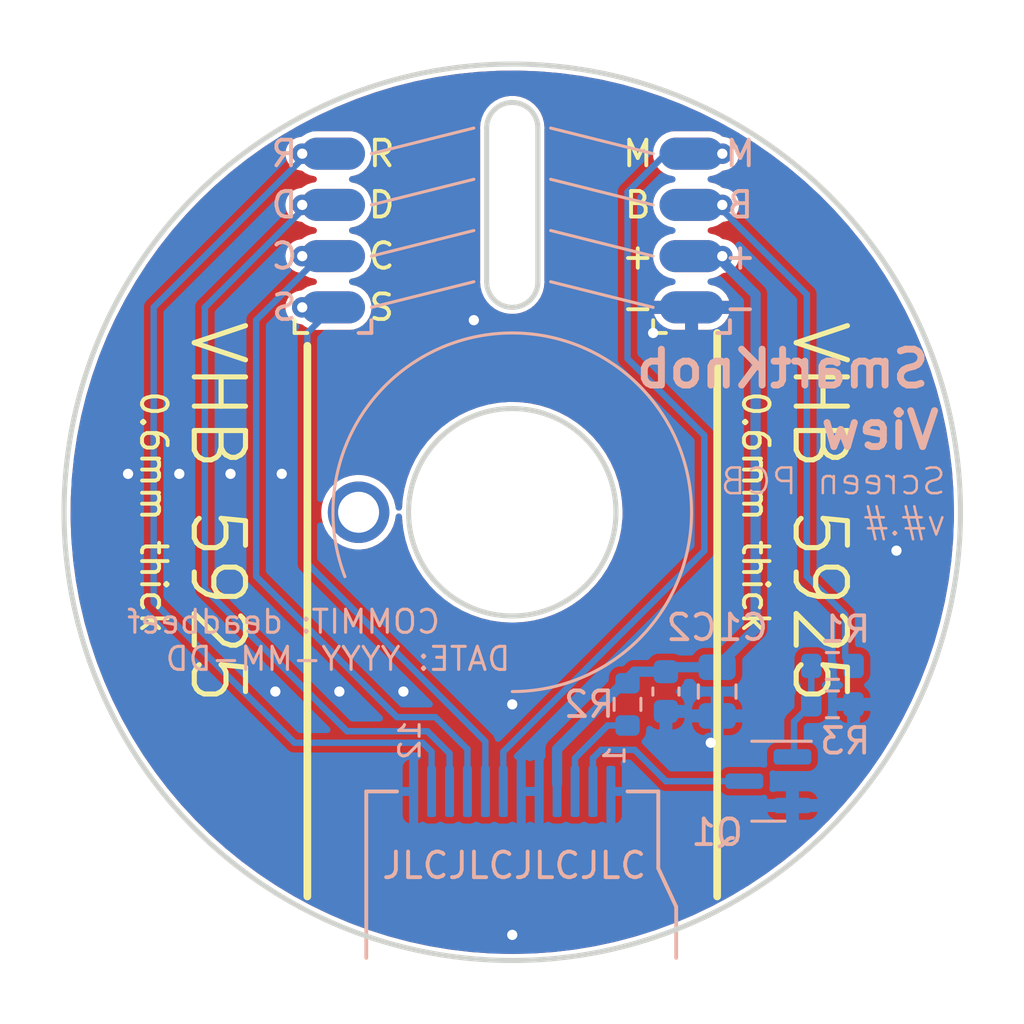
<source format=kicad_pcb>
(kicad_pcb (version 20211014) (generator pcbnew)
  (layers (0 "F.Cu" signal) (31 "B.Cu" signal) (34 "B.Paste" user) (35 "F.Paste" user) (36 "B.SilkS" user "B.Silkscreen") (37 "F.SilkS" user "F.Silkscreen") (38 "B.Mask" user) (39 "F.Mask" user) (44 "Edge.Cuts" user))
  (property "COMMIT_DATE" "YYYY-MM-DD")
  (property "COMMIT_DATE_LONG" "YYYY-MM-DD HH:MM:SS TZ")
  (property "COMMIT_HASH" "deadbeef")
  (property "RELEASE_VERSION" "v#.#")
  (net 0 "")
  (net 1 "GND")
  (net 2 "/VDD")
  (net 3 "/DC")
  (net 4 "/BACKLIGHT_EN")
  (net 5 "/nRESET")
  (net 6 "/MOSI")
  (net 7 "/SCK")
  (net 8 "/nCS")
  (net 9 "/LEDA")
  (net 10 "/LEDK")
  (net 11 "Net-(Q1-Pad1)")
  (footprint "Holes:AlignmentHole_1.6" (layer "F.Cu") (at 94 100)
    (fp_text reference "H1" hide)
    (fp_text value "AlignmentHole" hide)
    (pad "1" thru_hole circle locked (at 0 0) (size 2.4 2.4) (drill 1.6) (layers *.Cu *.Mask))
  )
  (footprint "SolderPads:SolderPads_2mm_4" (layer "F.Cu") (at 93 92 90)
    (fp_text reference "J5" hide)
    (fp_text value "Conn_01x04")
    (fp_line (start -1 -1.5) (end -1 -1) (layer "F.SilkS") (width 0.15))
    (fp_line (start -0.5 -1.5) (end -1 -1.5) (layer "F.SilkS") (width 0.15))
    (pad "1" smd oval locked (at 0 0 90) (size 1.25 2.5) (layers "F.Cu" "F.Mask") (net 8 "/nCS"))
    (pad "2" smd oval locked (at 2 0 90) (size 1.25 2.5) (layers "F.Cu" "F.Mask") (net 7 "/SCK"))
    (pad "3" smd oval locked (at 4 0 90) (size 1.25 2.5) (layers "F.Cu" "F.Mask") (net 6 "/MOSI"))
    (pad "4" smd oval locked (at 6 0 90) (size 1.25 2.5) (layers "F.Cu" "F.Mask") (net 5 "/nRESET"))
  )
  (footprint "SolderPads:SolderPads_2mm_4" (layer "F.Cu") (at 107 92 90)
    (fp_text reference "J4" hide)
    (fp_text value "Conn_01x04")
    (fp_line (start -1 -1.5) (end -1 -1) (layer "F.SilkS") (width 0.15))
    (fp_line (start -0.5 -1.5) (end -1 -1.5) (layer "F.SilkS") (width 0.15))
    (pad "1" smd oval locked (at 0 0 90) (size 1.25 2.5) (layers "F.Cu" "F.Mask") (net 1 "GND"))
    (pad "2" smd oval locked (at 2 0 90) (size 1.25 2.5) (layers "F.Cu" "F.Mask") (net 2 "/VDD"))
    (pad "3" smd oval locked (at 4 0 90) (size 1.25 2.5) (layers "F.Cu" "F.Mask") (net 4 "/BACKLIGHT_EN"))
    (pad "4" smd oval locked (at 6 0 90) (size 1.25 2.5) (layers "F.Cu" "F.Mask") (net 3 "/DC"))
  )
  (footprint "LCD_GC9A01:GC9A01Round1.28" (layer "B.Cu") (at 100 110.9 90)
    (fp_text reference "J2" hide)
    (fp_text value "GC9A01")
    (fp_text user "12" (at 2 -4 90) (layer "B.SilkS") (effects (font (size 0.8 0.8) (thickness 0.12)) (justify mirror)))
    (fp_text user "1" (at 1.4 4 90) (layer "B.SilkS") (effects (font (size 0.8 0.8) (thickness 0.12)) (justify mirror)))
    (fp_line (start -6.5 6.4) (end -4.5 6.4) (layer "B.SilkS") (width 0.15))
    (fp_line (start 0 -5.7) (end -6.5 -5.7) (layer "B.SilkS") (width 0.15))
    (fp_line (start -4.5 6.4) (end -3 5.7) (layer "B.SilkS") (width 0.15))
    (fp_line (start 0 -5.7) (end 0 -4.5) (layer "B.SilkS") (width 0.15))
    (fp_line (start 0 5.7) (end -3 5.7) (layer "B.SilkS") (width 0.15))
    (fp_line (start 0 5.7) (end 0 4.5) (layer "B.SilkS") (width 0.15))
    (pad "1" smd roundrect locked (at 0 3.85 90) (size 2 0.35) (layers "B.Cu" "B.Paste" "B.Mask") (net 1 "GND"))
    (pad "2" smd roundrect locked (at 0 3.15 90) (size 2 0.35) (layers "B.Cu" "B.Paste" "B.Mask") (net 10 "/LEDK"))
    (pad "3" smd roundrect locked (at 0 2.45 90) (size 2 0.35) (layers "B.Cu" "B.Paste" "B.Mask") (net 9 "/LEDA"))
    (pad "4" smd roundrect locked (at 0 1.75 90) (size 2 0.35) (layers "B.Cu" "B.Paste" "B.Mask") (net 2 "/VDD"))
    (pad "5" smd roundrect locked (at 0 1.05 90) (size 2 0.35) (layers "B.Cu" "B.Paste" "B.Mask") (net 1 "GND"))
    (pad "6" smd roundrect locked (at 0 0.35 90) (size 2 0.35) (layers "B.Cu" "B.Paste" "B.Mask") (net 1 "GND"))
    (pad "7" smd roundrect locked (at 0 -0.35 90) (size 2 0.35) (layers "B.Cu" "B.Paste" "B.Mask") (net 3 "/DC"))
    (pad "8" smd roundrect locked (at 0 -1.05 90) (size 2 0.35) (layers "B.Cu" "B.Paste" "B.Mask") (net 8 "/nCS"))
    (pad "9" smd roundrect locked (at 0 -1.75 90) (size 2 0.35) (layers "B.Cu" "B.Paste" "B.Mask") (net 7 "/SCK"))
    (pad "10" smd roundrect locked (at 0 -2.45 90) (size 2 0.35) (layers "B.Cu" "B.Paste" "B.Mask") (net 6 "/MOSI"))
    (pad "11" smd roundrect locked (at 0 -3.15 90) (size 2 0.35) (layers "B.Cu" "B.Paste" "B.Mask") (net 5 "/nRESET"))
    (pad "12" smd roundrect locked (at 0 -3.85 90) (size 2 0.35) (layers "B.Cu" "B.Paste" "B.Mask") (net 1 "GND"))
  )
  (footprint "Package_TO_SOT_SMD:SOT-23" (layer "B.Cu") (at 110 110.5 180)
    (fp_text reference "Q1" (at 2 -2 180) (layer "B.SilkS") (effects (justify mirror)))
    (fp_text value "2N7002")
    (fp_line (start 0 -1.56) (end -0.65 -1.56) (layer "B.SilkS") (width 0.12))
    (fp_line (start 0 -1.56) (end 0.65 -1.56) (layer "B.SilkS") (width 0.12))
    (fp_line (start 0 1.56) (end -1.675 1.56) (layer "B.SilkS") (width 0.12))
    (fp_line (start 0 1.56) (end 0.65 1.56) (layer "B.SilkS") (width 0.12))
    (pad "1" smd roundrect (at -0.9375 0.95 180) (size 1.475 0.6) (layers "B.Cu" "B.Paste" "B.Mask") (net 11 "Net-(Q1-Pad1)"))
    (pad "2" smd roundrect (at -0.9375 -0.95 180) (size 1.475 0.6) (layers "B.Cu" "B.Paste" "B.Mask") (net 1 "GND"))
    (pad "3" smd roundrect (at 0.9375 0 180) (size 1.475 0.6) (layers "B.Cu" "B.Paste" "B.Mask") (net 10 "/LEDK"))
  )
  (footprint "Resistor_SMD:R_0603_1608Metric" (layer "B.Cu") (at 112.5 106 180)
    (fp_text reference "R1" (at -0.5 1.43) (layer "B.SilkS") (effects (justify mirror)))
    (fp_text value "10k")
    (fp_line (start -0.237258 -0.5225) (end 0.237258 -0.5225) (layer "B.SilkS") (width 0.12))
    (fp_line (start -0.237258 0.5225) (end 0.237258 0.5225) (layer "B.SilkS") (width 0.12))
    (pad "1" smd roundrect (at -0.825 0 180) (size 0.8 0.95) (layers "B.Cu" "B.Paste" "B.Mask") (net 4 "/BACKLIGHT_EN"))
    (pad "2" smd roundrect (at 0.825 0 180) (size 0.8 0.95) (layers "B.Cu" "B.Paste" "B.Mask") (net 11 "Net-(Q1-Pad1)"))
  )
  (footprint "Resistor_SMD:R_0603_1608Metric" (layer "B.Cu") (at 104.5 107.5 -90)
    (fp_text reference "R2" (at 0 1.5) (layer "B.SilkS") (effects (justify mirror)))
    (fp_text value "22R")
    (fp_line (start -0.237258 -0.5225) (end 0.237258 -0.5225) (layer "B.SilkS") (width 0.12))
    (fp_line (start -0.237258 0.5225) (end 0.237258 0.5225) (layer "B.SilkS") (width 0.12))
    (pad "1" smd roundrect (at -0.825 0 270) (size 0.8 0.95) (layers "B.Cu" "B.Paste" "B.Mask") (net 2 "/VDD"))
    (pad "2" smd roundrect (at 0.825 0 270) (size 0.8 0.95) (layers "B.Cu" "B.Paste" "B.Mask") (net 9 "/LEDA"))
  )
  (footprint "Resistor_SMD:R_0603_1608Metric" (layer "B.Cu") (at 112.5 107.5)
    (fp_text reference "R3" (at 0.5 1.43) (layer "B.SilkS") (effects (justify mirror)))
    (fp_text value "1M")
    (fp_line (start -0.237258 0.5225) (end 0.237258 0.5225) (layer "B.SilkS") (width 0.12))
    (fp_line (start -0.237258 -0.5225) (end 0.237258 -0.5225) (layer "B.SilkS") (width 0.12))
    (pad "1" smd roundrect (at -0.825 0) (size 0.8 0.95) (layers "B.Cu" "B.Paste" "B.Mask") (net 11 "Net-(Q1-Pad1)"))
    (pad "2" smd roundrect (at 0.825 0) (size 0.8 0.95) (layers "B.Cu" "B.Paste" "B.Mask") (net 1 "GND"))
  )
  (footprint "Capacitor_SMD:C_0603_1608Metric" (layer "B.Cu") (at 106 107 -90)
    (fp_text reference "C2" (at -2.5 -1) (layer "B.SilkS") (effects (justify mirror)))
    (fp_text value "0.1uF")
    (fp_line (start -0.14058 -0.51) (end 0.14058 -0.51) (layer "B.SilkS") (width 0.12))
    (fp_line (start -0.14058 0.51) (end 0.14058 0.51) (layer "B.SilkS") (width 0.12))
    (pad "1" smd roundrect (at -0.775 0 270) (size 0.9 0.95) (layers "B.Cu" "B.Paste" "B.Mask") (net 2 "/VDD"))
    (pad "2" smd roundrect (at 0.775 0 270) (size 0.9 0.95) (layers "B.Cu" "B.Paste" "B.Mask") (net 1 "GND"))
  )
  (footprint "Capacitor_SMD:C_0805_2012Metric" (layer "B.Cu") (at 108 107 -90)
    (fp_text reference "C1" (at -2.5 -1) (layer "B.SilkS") (effects (justify mirror)))
    (fp_text value "22uF")
    (fp_line (start -0.261252 -0.735) (end 0.261252 -0.735) (layer "B.SilkS") (width 0.12))
    (fp_line (start -0.261252 0.735) (end 0.261252 0.735) (layer "B.SilkS") (width 0.12))
    (pad "1" smd roundrect (at -0.95 0 270) (size 1 1.45) (layers "B.Cu" "B.Paste" "B.Mask") (net 2 "/VDD"))
    (pad "2" smd roundrect (at 0.95 0 270) (size 1 1.45) (layers "B.Cu" "B.Paste" "B.Mask") (net 1 "GND"))
  )
  (footprint "SolderPads:SolderPads_2mm_4" (layer "B.Cu") (at 93 92 90)
    (fp_text reference "J3" hide)
    (fp_text value "Conn_01x04")
    (fp_line (start -0.5 1.5) (end -1 1.5) (layer "B.SilkS") (width 0.15))
    (fp_line (start -1 1.5) (end -1 1) (layer "B.SilkS") (width 0.15))
    (pad "1" smd oval locked (at 0 0 90) (size 1.25 2.5) (layers "B.Cu" "B.Mask") (net 8 "/nCS"))
    (pad "2" smd oval locked (at 2 0 90) (size 1.25 2.5) (layers "B.Cu" "B.Mask") (net 7 "/SCK"))
    (pad "3" smd oval locked (at 4 0 90) (size 1.25 2.5) (layers "B.Cu" "B.Mask") (net 6 "/MOSI"))
    (pad "4" smd oval locked (at 6 0 90) (size 1.25 2.5) (layers "B.Cu" "B.Mask") (net 5 "/nRESET"))
  )
  (footprint "SolderPads:SolderPads_2mm_4" (layer "B.Cu") (at 107 92 90)
    (fp_text reference "J1" hide)
    (fp_text value "Conn_01x04")
    (fp_line (start -0.5 1.5) (end -1 1.5) (layer "B.SilkS") (width 0.15))
    (fp_line (start -1 1.5) (end -1 1) (layer "B.SilkS") (width 0.15))
    (pad "1" smd oval locked (at 0 0 90) (size 1.25 2.5) (layers "B.Cu" "B.Mask") (net 1 "GND"))
    (pad "2" smd oval locked (at 2 0 90) (size 1.25 2.5) (layers "B.Cu" "B.Mask") (net 2 "/VDD"))
    (pad "3" smd oval locked (at 4 0 90) (size 1.25 2.5) (layers "B.Cu" "B.Mask") (net 4 "/BACKLIGHT_EN"))
    (pad "4" smd oval locked (at 6 0 90) (size 1.25 2.5) (layers "B.Cu" "B.Mask") (net 3 "/DC"))
  )
  (gr_arc (start 93.466581 102.512854) (mid 103.962955 94.229819) (end 100 107) (layer "B.SilkS") (width 0.12))
  (gr_line (start 98.5 85) (end 94.5 86) (layer "B.SilkS") (width 0.12))
  (gr_line (start 98.5 91) (end 94.5 92) (layer "B.SilkS") (width 0.12))
  (gr_line (start 101.5 85) (end 105.5 86) (layer "B.SilkS") (width 0.12))
  (gr_line (start 101.5 91) (end 105.5 92) (layer "B.SilkS") (width 0.12))
  (gr_line (start 101.5 89) (end 105.5 90) (layer "B.SilkS") (width 0.12))
  (gr_line (start 101.5 87) (end 105.5 88) (layer "B.SilkS") (width 0.12))
  (gr_line (start 98.5 87) (end 94.5 88) (layer "B.SilkS") (width 0.12))
  (gr_line (start 98.5 89) (end 94.5 90) (layer "B.SilkS") (width 0.12))
  (gr_line (start 92 93.5) (end 92 115) (layer "F.SilkS") (width 0.3))
  (gr_line (start 108 93) (end 108 115) (layer "F.SilkS") (width 0.3))
  (gr_arc (start 101 91) (mid 100 92) (end 99 91) (layer "Edge.Cuts") (width 0.2))
  (gr_line (start 99 85) (end 99 91) (layer "Edge.Cuts") (width 0.2))
  (gr_line (start 101 91) (end 101 85) (layer "Edge.Cuts") (width 0.2))
  (gr_arc (start 99 85) (mid 100 84) (end 101 85) (layer "Edge.Cuts") (width 0.2))
  (gr_circle (center 100 100) (end 117.5 100) (layer "Edge.Cuts") (width 0.2) (fill none))
  (gr_circle (center 100 100) (end 104.05 100) (layer "Edge.Cuts") (width 0.2) (fill none))
  (gr_text "    COMMIT: ${COMMIT_HASH}\nDATE: ${COMMIT_DATE}\n" (at 100 105) (layer "B.SilkS") (effects (font (size 0.9 0.9) (thickness 0.12)) (justify left mirror)))
  (gr_text "SmartKnob" (at 116.4 94.4) (layer "B.SilkS") (effects (font (size 1.4 1.4) (thickness 0.27)) (justify left mirror)))
  (gr_text "View" (at 116.8 96.8) (layer "B.SilkS") (effects (font (size 1.4 1.4) (thickness 0.27)) (justify left mirror)))
  (gr_text "R" (at 91.1 86) (layer "B.SilkS") (effects (font (size 1 1)) (justify mirror)))
  (gr_text "M" (at 108.9 86) (layer "B.SilkS") (effects (font (size 1 1)) (justify mirror)))
  (gr_text "S" (at 91.1 92) (layer "B.SilkS") (effects (font (size 1 1)) (justify mirror)))
  (gr_text "-" (at 108.9 92) (layer "B.SilkS") (effects (font (size 1 1)) (justify mirror)))
  (gr_text "D" (at 91.1 88) (layer "B.SilkS") (effects (font (size 1 1)) (justify mirror)))
  (gr_text "+" (at 108.9 90) (layer "B.SilkS") (effects (font (size 1 1)) (justify mirror)))
  (gr_text "Screen PCB\n${RELEASE_VERSION}" (at 117 99.6) (layer "B.SilkS") (effects (font (size 1 1) (thickness 0.1)) (justify left mirror)))
  (gr_text "C" (at 91.1 90) (layer "B.SilkS") (effects (font (size 1 1)) (justify mirror)))
  (gr_text "JLCJLCJLCJLC" (at 100.076 113.792) (layer "B.SilkS") (effects (font (size 1 1))))
  (gr_text "B" (at 108.9 88) (layer "B.SilkS") (effects (font (size 1 1)) (justify mirror)))
  (gr_text "0.6mm thick" (at 86 100 -90) (layer "F.SilkS") (effects (font (size 1 1))))
  (gr_text "VHB 5925" (at 88.5 100 -90) (layer "F.SilkS") (effects (font (size 2 2) (thickness 0.2))))
  (gr_text "D" (at 94.9 88) (layer "F.SilkS") (effects (font (size 1 1))))
  (gr_text "C" (at 94.9 90) (layer "F.SilkS") (effects (font (size 1 1))))
  (gr_text "S" (at 94.9 92) (layer "F.SilkS") (effects (font (size 1 1))))
  (gr_text "R" (at 94.9 86) (layer "F.SilkS") (effects (font (size 1 1))))
  (gr_text "-" (at 104.9 92) (layer "F.SilkS") (effects (font (size 1 1))))
  (gr_text "+" (at 104.9 90) (layer "F.SilkS") (effects (font (size 1 1))))
  (gr_text "M" (at 104.9 86) (layer "F.SilkS") (effects (font (size 1 1))))
  (gr_text "B" (at 104.9 88) (layer "F.SilkS") (effects (font (size 1 1))))
  (gr_text "0.6mm thick" (at 109.5 100 -90) (layer "F.SilkS") (effects (font (size 1 1))))
  (gr_text "VHB 5925" (at 112 100 -90) (layer "F.SilkS") (effects (font (size 2 2) (thickness 0.2))))
  (via (at 93.25 107) (size 0.8) (drill 0.4) (layers "F.Cu" "B.Cu") (net 1))
  (via (at 85 98.5) (size 0.8) (drill 0.4) (layers "F.Cu" "B.Cu") (net 1))
  (via (at 107.75 109) (size 0.8) (drill 0.4) (layers "F.Cu" "B.Cu") (net 1))
  (via (at 105.5 93) (size 0.8) (drill 0.4) (layers "F.Cu" "B.Cu") (net 1))
  (via (at 91 98.5) (size 0.8) (drill 0.4) (layers "F.Cu" "B.Cu") (net 1))
  (via (at 115 101.5) (size 0.8) (drill 0.4) (layers "F.Cu" "B.Cu") (net 1))
  (via (at 100 116.5) (size 0.8) (drill 0.4) (layers "F.Cu" "B.Cu") (net 1))
  (via (at 89 98.5) (size 0.8) (drill 0.4) (layers "F.Cu" "B.Cu") (net 1))
  (via (at 95.75 107) (size 0.8) (drill 0.4) (layers "F.Cu" "B.Cu") (net 1))
  (via (at 87 98.5) (size 0.8) (drill 0.4) (layers "F.Cu" "B.Cu") (net 1))
  (via (at 90.75 107) (size 0.8) (drill 0.4) (layers "F.Cu" "B.Cu") (net 1))
  (via (at 100 107.5) (size 0.8) (drill 0.4) (layers "F.Cu" "B.Cu") (net 1))
  (via (at 98.5 92.5) (size 0.8) (drill 0.4) (layers "F.Cu" "B.Cu") (net 1))
  (via (at 108.2 90) (size 0.8) (drill 0.4) (layers "F.Cu" "B.Cu") (net 2))
  (segment (start 101.75 109.25) (end 101.75 110.6) (width 0.4) (layer "B.Cu") (net 2))
  (segment (start 108 90) (end 109.5 91.5) (width 0.4) (layer "B.Cu") (net 2))
  (segment (start 109.5 104.55) (end 108 106.05) (width 0.4) (layer "B.Cu") (net 2))
  (segment (start 109.5 91.5) (end 109.5 104.55) (width 0.4) (layer "B.Cu") (net 2))
  (segment (start 106 106.225) (end 104.775 106.225) (width 0.4) (layer "B.Cu") (net 2))
  (segment (start 106.175 106.05) (end 106 106.225) (width 0.25) (layer "B.Cu") (net 2))
  (segment (start 108 106.05) (end 106.175 106.05) (width 0.4) (layer "B.Cu") (net 2))
  (segment (start 104.775 106.225) (end 101.75 109.25) (width 0.4) (layer "B.Cu") (net 2))
  (segment (start 108 90) (end 107 90) (width 0.4) (layer "B.Cu") (net 2))
  (via (at 108.2 86) (size 0.8) (drill 0.4) (layers "F.Cu" "B.Cu") (net 3))
  (segment (start 107.5 101.5) (end 107.5 97) (width 0.25) (layer "B.Cu") (net 3))
  (segment (start 99.65 110.6) (end 99.65 109.35) (width 0.25) (layer "B.Cu") (net 3))
  (segment (start 104.5 87.5) (end 106 86) (width 0.25) (layer "B.Cu") (net 3))
  (segment (start 106 86) (end 107 86) (width 0.25) (layer "B.Cu") (net 3))
  (segment (start 104.5 94) (end 104.5 87.5) (width 0.25) (layer "B.Cu") (net 3))
  (segment (start 99.65 109.35) (end 107.5 101.5) (width 0.25) (layer "B.Cu") (net 3))
  (segment (start 107.5 97) (end 104.5 94) (width 0.25) (layer "B.Cu") (net 3))
  (via (at 108.2 88) (size 0.8) (drill 0.4) (layers "F.Cu" "B.Cu") (net 4))
  (segment (start 113 105.675) (end 113.325 106) (width 0.25) (layer "B.Cu") (net 4))
  (segment (start 113 104) (end 113 105.675) (width 0.25) (layer "B.Cu") (net 4))
  (segment (start 111.5 102.5) (end 113 104) (width 0.25) (layer "B.Cu") (net 4))
  (segment (start 107 88) (end 108 88) (width 0.25) (layer "B.Cu") (net 4))
  (segment (start 111.5 91.5) (end 111.5 102.5) (width 0.25) (layer "B.Cu") (net 4))
  (segment (start 108 88) (end 111.5 91.5) (width 0.25) (layer "B.Cu") (net 4))
  (via (at 91.8 86) (size 0.8) (drill 0.4) (layers "F.Cu" "B.Cu") (net 5))
  (segment (start 96.5 109) (end 91.5 109) (width 0.25) (layer "B.Cu") (net 5))
  (segment (start 96.85 109.35) (end 96.5 109) (width 0.25) (layer "B.Cu") (net 5))
  (segment (start 96.85 110.6) (end 96.85 109.35) (width 0.25) (layer "B.Cu") (net 5))
  (segment (start 91.5 109) (end 86 103.5) (width 0.25) (layer "B.Cu") (net 5))
  (segment (start 86 103.5) (end 86 92) (width 0.25) (layer "B.Cu") (net 5))
  (segment (start 86 92) (end 92 86) (width 0.25) (layer "B.Cu") (net 5))
  (segment (start 92 86) (end 93 86) (width 0.25) (layer "B.Cu") (net 5))
  (via (at 91.8 88) (size 0.8) (drill 0.4) (layers "F.Cu" "B.Cu") (net 6))
  (segment (start 88 103) (end 93.549991 108.549991) (width 0.25) (layer "B.Cu") (net 6))
  (segment (start 93.549991 108.549991) (end 96.686401 108.549991) (width 0.25) (layer "B.Cu") (net 6))
  (segment (start 92 88) (end 88 92) (width 0.25) (layer "B.Cu") (net 6))
  (segment (start 88 92) (end 88 103) (width 0.25) (layer "B.Cu") (net 6))
  (segment (start 96.686401 108.549991) (end 97.55 109.413589) (width 0.25) (layer "B.Cu") (net 6))
  (segment (start 93 88) (end 92 88) (width 0.25) (layer "B.Cu") (net 6))
  (segment (start 97.55 109.413589) (end 97.55 110.6) (width 0.25) (layer "B.Cu") (net 6))
  (via (at 91.8 90) (size 0.8) (drill 0.4) (layers "F.Cu" "B.Cu") (net 7))
  (segment (start 92.5 90) (end 93 90) (width 0.25) (layer "B.Cu") (net 7))
  (segment (start 98.25 110.6) (end 98.25 109.25) (width 0.25) (layer "B.Cu") (net 7))
  (segment (start 95.5 108) (end 90 102.5) (width 0.25) (layer "B.Cu") (net 7))
  (segment (start 97 108) (end 95.5 108) (width 0.25) (layer "B.Cu") (net 7))
  (segment (start 98.25 109.25) (end 97 108) (width 0.25) (layer "B.Cu") (net 7))
  (segment (start 90 102.5) (end 90 92.5) (width 0.25) (layer "B.Cu") (net 7))
  (segment (start 90 92.5) (end 92.5 90) (width 0.25) (layer "B.Cu") (net 7))
  (via (at 91.8 92) (size 0.8) (drill 0.4) (layers "F.Cu" "B.Cu") (net 8))
  (segment (start 92 93) (end 93 92) (width 0.25) (layer "B.Cu") (net 8))
  (segment (start 92 102) (end 92 93) (width 0.25) (layer "B.Cu") (net 8))
  (segment (start 98.95 110.6) (end 98.95 108.95) (width 0.25) (layer "B.Cu") (net 8))
  (segment (start 98.95 108.95) (end 92 102) (width 0.25) (layer "B.Cu") (net 8))
  (segment (start 103.725 108.325) (end 104.5 108.325) (width 0.25) (layer "B.Cu") (net 9))
  (segment (start 102.45 109.6) (end 103.725 108.325) (width 0.25) (layer "B.Cu") (net 9))
  (segment (start 102.45 110.6) (end 102.45 109.6) (width 0.25) (layer "B.Cu") (net 9))
  (segment (start 103.15 109.6) (end 103.47501 109.27499) (width 0.25) (layer "B.Cu") (net 10))
  (segment (start 104.77499 109.27499) (end 106 110.5) (width 0.25) (layer "B.Cu") (net 10))
  (segment (start 103.47501 109.27499) (end 104.77499 109.27499) (width 0.25) (layer "B.Cu") (net 10))
  (segment (start 103.15 110.6) (end 103.15 109.6) (width 0.25) (layer "B.Cu") (net 10))
  (segment (start 106 110.5) (end 109 110.5) (width 0.25) (layer "B.Cu") (net 10))
  (segment (start 111 108.175) (end 111.675 107.5) (width 0.25) (layer "B.Cu") (net 11))
  (segment (start 111.675 106) (end 111.675 107.5) (width 0.25) (layer "B.Cu") (net 11))
  (segment (start 111 109.55) (end 111 108.175) (width 0.25) (layer "B.Cu") (net 11))
  (zone (net 1) (net_name "GND") (layer "F.Cu") (connect_pads (clearance 0.254)) (min_thickness 0.254) (fill yes (thermal_gap 0.254) (thermal_bridge_width 0.508))
    (polygon (pts (xy 120 120) (xy 80 120) (xy 80 80) (xy 120 80)))
  )
  (zone (net 1) (net_name "GND") (layer "B.Cu") (connect_pads (clearance 0.254)) (min_thickness 0.254) (fill yes (thermal_gap 0.254) (thermal_bridge_width 0.508))
    (polygon (pts (xy 120 120) (xy 80 120) (xy 80 80) (xy 120 80)))
  )
)
</source>
